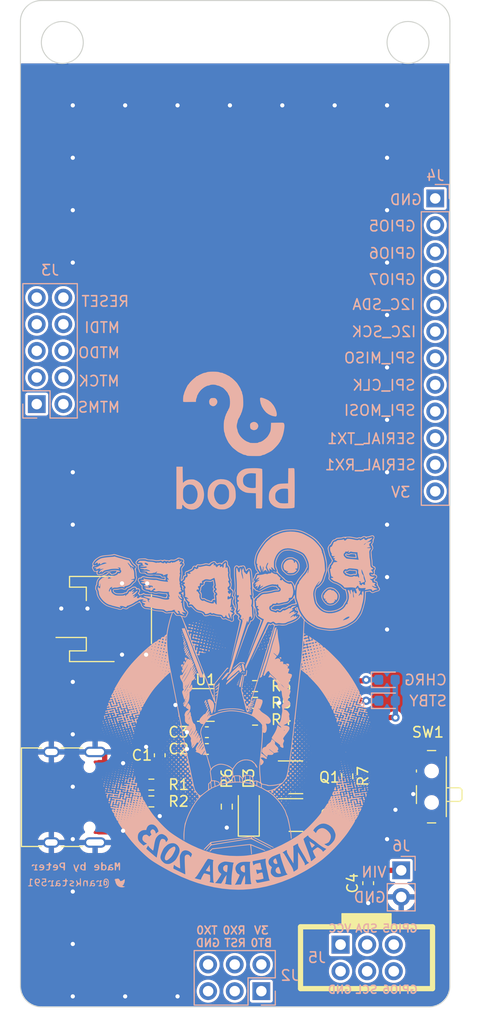
<source format=kicad_pcb>
(kicad_pcb (version 20221018) (generator pcbnew)
  (layers (0 "F.Cu" signal) (31 "B.Cu" signal) (34 "B.Paste" user) (35 "F.Paste" user) (36 "B.SilkS" user "B.Silkscreen") (37 "F.SilkS" user "F.Silkscreen") (38 "B.Mask" user) (39 "F.Mask" user) (44 "Edge.Cuts" user))
  (net 0 "")
  (net 10 "GND")
  (net 42 "+5V")
  (net 43 "/VOUT")
  (net 44 "Net-(D1-K)")
  (net 45 "Net-(D2-K)")
  (net 46 "Net-(J1-CC1)")
  (net 47 "Net-(J1-CC2)")
  (net 48 "+BATT")
  (net 49 "Net-(Q1-G)")
  (net 50 "Net-(Q1-D)")
  (net 51 "Net-(U1-nCHRG)")
  (net 52 "Net-(U1-nSTDBY)")
  (net 53 "Net-(U1-PROG)")
  (net 54 "Net-(SW1-B)")
  (footprint "Resistor_SMD:R_0603_1608Metric" (layer "F.Cu") (at 112.4 117 180)
    (fp_text reference "R5" (at -2.5 0) (layer "F.SilkS"))
    (fp_text value "2K")
    (pad "1" smd roundrect (at -0.825 0 180) (size 0.8 0.95) (layers "F.Cu" "F.Paste" "F.Mask") (net 10 "GND"))
    (pad "2" smd roundrect (at 0.825 0 180) (size 0.8 0.95) (layers "F.Cu" "F.Paste" "F.Mask") (net 53 "Net-(U1-PROG)"))
  )
  (footprint "josh-connectors:USB_C_Receptacle_HRO_TYPE-C-31-M-12" (layer "F.Cu") (at 94 126 -90)
    (fp_text reference "J1" hide)
    (fp_text value "USB_C_Receptacle_USB2.0")
    (pad "" np_thru_hole circle (at -2.89 -2.6 270) (size 0.65 0.65) (drill 0.65) (layers "F&B.Cu" "*.Mask"))
    (pad "" np_thru_hole circle (at 2.89 -2.6 270) (size 0.65 0.65) (drill 0.65) (layers "F&B.Cu" "*.Mask"))
    (pad "A1" smd roundrect (at -3.25 -4.045 270) (size 0.6 1.45) (layers "F.Cu" "F.Paste" "F.Mask") (roundrect_rratio 0.2) (net 10 "GND"))
    (pad "A4" smd roundrect (at -2.45 -4.045 270) (size 0.6 1.45) (layers "F.Cu" "F.Paste" "F.Mask") (roundrect_rratio 0.2) (net 42 "+5V"))
    (pad "A5" smd roundrect (at -1.25 -4.045 270) (size 0.3 1.45) (layers "F.Cu" "F.Paste" "F.Mask") (roundrect_rratio 0.2) (net 46 "Net-(J1-CC1)"))
    (pad "A6" smd roundrect (at -0.25 -4.045 270) (size 0.3 1.45) (layers "F.Cu" "F.Paste" "F.Mask") (roundrect_rratio 0.2))
    (pad "A7" smd roundrect (at 0.25 -4.045 270) (size 0.3 1.45) (layers "F.Cu" "F.Paste" "F.Mask") (roundrect_rratio 0.2))
    (pad "A8" smd roundrect (at 1.25 -4.045 270) (size 0.3 1.45) (layers "F.Cu" "F.Paste" "F.Mask") (roundrect_rratio 0.2))
    (pad "A9" smd roundrect (at 2.45 -4.045 270) (size 0.6 1.45) (layers "F.Cu" "F.Paste" "F.Mask") (roundrect_rratio 0.2) (net 42 "+5V"))
    (pad "A12" smd roundrect (at 3.25 -4.045 270) (size 0.6 1.45) (layers "F.Cu" "F.Paste" "F.Mask") (roundrect_rratio 0.2) (net 10 "GND"))
    (pad "B1" smd roundrect (at 3.25 -4.045 270) (size 0.6 1.45) (layers "F.Cu" "F.Paste" "F.Mask") (roundrect_rratio 0.2) (net 10 "GND"))
    (pad "B4" smd roundrect (at 2.45 -4.045 270) (size 0.6 1.45) (layers "F.Cu" "F.Paste" "F.Mask") (roundrect_rratio 0.2) (net 42 "+5V"))
    (pad "B5" smd roundrect (at 1.75 -4.045 270) (size 0.3 1.45) (layers "F.Cu" "F.Paste" "F.Mask") (roundrect_rratio 0.2) (net 47 "Net-(J1-CC2)"))
    (pad "B6" smd roundrect (at 0.75 -4.045 270) (size 0.3 1.45) (layers "F.Cu" "F.Paste" "F.Mask") (roundrect_rratio 0.2))
    (pad "B7" smd roundrect (at -0.75 -4.045 270) (size 0.3 1.45) (layers "F.Cu" "F.Paste" "F.Mask") (roundrect_rratio 0.2))
    (pad "B8" smd roundrect (at -1.75 -4.045 270) (size 0.3 1.45) (layers "F.Cu" "F.Paste" "F.Mask") (roundrect_rratio 0.2))
    (pad "B9" smd roundrect (at -2.45 -4.045 270) (size 0.6 1.45) (layers "F.Cu" "F.Paste" "F.Mask") (roundrect_rratio 0.2) (net 42 "+5V"))
    (pad "B12" smd roundrect (at -3.25 -4.045 270) (size 0.6 1.45) (layers "F.Cu" "F.Paste" "F.Mask") (roundrect_rratio 0.2) (net 10 "GND"))
    (pad "S1" thru_hole oval (at -4.32 -3.13 270) (size 1 2.1) (drill oval 0.6 1.7) (layers "*.Cu" "*.Mask") (net 10 "GND"))
    (pad "S1" thru_hole oval (at -4.32 1.05 270) (size 1 1.6) (drill oval 0.6 1.2) (layers "*.Cu" "*.Mask") (net 10 "GND"))
    (pad "S1" thru_hole oval (at 4.32 -3.13 270) (size 1 2.1) (drill oval 0.6 1.7) (layers "*.Cu" "*.Mask") (net 10 "GND"))
    (pad "S1" thru_hole oval (at 4.32 1.05 270) (size 1 1.6) (drill oval 0.6 1.2) (layers "*.Cu" "*.Mask") (net 10 "GND"))
  )
  (footprint "Capacitor_SMD:C_0603_1608Metric" (layer "F.Cu") (at 107.8 121.4 180)
    (fp_text reference "C2" (at 2.7 0) (layer "F.SilkS"))
    (fp_text value "10u")
    (pad "1" smd roundrect (at -0.775 0 180) (size 0.9 0.95) (layers "F.Cu" "F.Paste" "F.Mask") (net 42 "+5V"))
    (pad "2" smd roundrect (at 0.775 0 180) (size 0.9 0.95) (layers "F.Cu" "F.Paste" "F.Mask") (net 10 "GND"))
  )
  (footprint "Package_TO_SOT_SMD:SOT-23" (layer "F.Cu") (at 116.3 127.7)
    (fp_text reference "Q2" (at 3.3 0) (layer "F.SilkS"))
    (fp_text value "DMP2045U")
    (pad "1" smd roundrect (at -0.9375 -0.95) (size 1.475 0.6) (layers "F.Cu" "F.Paste" "F.Mask") (net 42 "+5V"))
    (pad "2" smd roundrect (at -0.9375 0.95) (size 1.475 0.6) (layers "F.Cu" "F.Paste" "F.Mask") (net 43 "/VOUT"))
    (pad "3" smd roundrect (at 0.9375 0) (size 1.475 0.6) (layers "F.Cu" "F.Paste" "F.Mask") (net 50 "Net-(Q1-D)"))
  )
  (footprint "Resistor_SMD:R_0603_1608Metric" (layer "F.Cu") (at 102.5 124.8)
    (fp_text reference "R1" (at 2.6 0) (layer "F.SilkS"))
    (fp_text value "5K1")
    (pad "1" smd roundrect (at -0.825 0) (size 0.8 0.95) (layers "F.Cu" "F.Paste" "F.Mask") (net 46 "Net-(J1-CC1)"))
    (pad "2" smd roundrect (at 0.825 0) (size 0.8 0.95) (layers "F.Cu" "F.Paste" "F.Mask") (net 10 "GND"))
  )
  (footprint "Resistor_SMD:R_0603_1608Metric" (layer "F.Cu") (at 112.4 115.4)
    (fp_text reference "R3" (at 2.5 0) (layer "F.SilkS"))
    (fp_text value "5K1")
    (pad "1" smd roundrect (at -0.825 0) (size 0.8 0.95) (layers "F.Cu" "F.Paste" "F.Mask") (net 51 "Net-(U1-nCHRG)"))
    (pad "2" smd roundrect (at 0.825 0) (size 0.8 0.95) (layers "F.Cu" "F.Paste" "F.Mask") (net 45 "Net-(D2-K)"))
  )
  (footprint "Resistor_SMD:R_0603_1608Metric" (layer "F.Cu") (at 112.4 118.6)
    (fp_text reference "R4" (at 2.5 0) (layer "F.SilkS"))
    (fp_text value "5K1")
    (pad "1" smd roundrect (at -0.825 0) (size 0.8 0.95) (layers "F.Cu" "F.Paste" "F.Mask") (net 52 "Net-(U1-nSTDBY)"))
    (pad "2" smd roundrect (at 0.825 0) (size 0.8 0.95) (layers "F.Cu" "F.Paste" "F.Mask") (net 44 "Net-(D1-K)"))
  )
  (footprint "Package_TO_SOT_SMD:SOT-23-6" (layer "F.Cu") (at 107.7 117.2)
    (fp_text reference "U1" (at 0 -2.4) (layer "F.SilkS"))
    (fp_text value "TP4057")
    (pad "1" smd roundrect (at -1.1375 -0.95) (size 1.325 0.6) (layers "F.Cu" "F.Paste" "F.Mask") (net 51 "Net-(U1-nCHRG)"))
    (pad "2" smd roundrect (at -1.1375 0) (size 1.325 0.6) (layers "F.Cu" "F.Paste" "F.Mask") (net 10 "GND"))
    (pad "3" smd roundrect (at -1.1375 0.95) (size 1.325 0.6) (layers "F.Cu" "F.Paste" "F.Mask") (net 48 "+BATT"))
    (pad "4" smd roundrect (at 1.1375 0.95) (size 1.325 0.6) (layers "F.Cu" "F.Paste" "F.Mask") (net 42 "+5V"))
    (pad "5" smd roundrect (at 1.1375 0) (size 1.325 0.6) (layers "F.Cu" "F.Paste" "F.Mask") (net 52 "Net-(U1-nSTDBY)"))
    (pad "6" smd roundrect (at 1.1375 -0.95) (size 1.325 0.6) (layers "F.Cu" "F.Paste" "F.Mask") (net 53 "Net-(U1-PROG)"))
  )
  (footprint "Resistor_SMD:R_0603_1608Metric" (layer "F.Cu") (at 109.7 126.9 -90)
    (fp_text reference "R6" (at -2.7 0 90) (layer "F.SilkS"))
    (fp_text value "100K")
    (pad "1" smd roundrect (at -0.825 0 270) (size 0.8 0.95) (layers "F.Cu" "F.Paste" "F.Mask") (net 42 "+5V"))
    (pad "2" smd roundrect (at 0.825 0 270) (size 0.8 0.95) (layers "F.Cu" "F.Paste" "F.Mask") (net 10 "GND"))
  )
  (footprint "Resistor_SMD:R_0603_1608Metric" (layer "F.Cu") (at 121.2 124 90)
    (fp_text reference "R7" (at 0 1.5 90) (layer "F.SilkS"))
    (fp_text value "5K1")
    (pad "1" smd roundrect (at -0.825 0 90) (size 0.8 0.95) (layers "F.Cu" "F.Paste" "F.Mask") (net 54 "Net-(SW1-B)"))
    (pad "2" smd roundrect (at 0.825 0 90) (size 0.8 0.95) (layers "F.Cu" "F.Paste" "F.Mask") (net 49 "Net-(Q1-G)"))
  )
  (footprint "Diode_SMD:D_SOD-123F" (layer "F.Cu") (at 111.8 127.5 90)
    (fp_text reference "D3" (at 3.3 0 90) (layer "F.SilkS"))
    (fp_text value "MBR120")
    (pad "1" smd roundrect (at -1.4 0 90) (size 1.1 1.1) (layers "F.Cu" "F.Paste" "F.Mask") (roundrect_rratio 0.2272727273) (net 43 "/VOUT"))
    (pad "2" smd roundrect (at 1.4 0 90) (size 1.1 1.1) (layers "F.Cu" "F.Paste" "F.Mask") (roundrect_rratio 0.2272727273) (net 42 "+5V"))
  )
  (footprint "Capacitor_SMD:C_0603_1608Metric" (layer "F.Cu") (at 123.2 134.2 -90)
    (fp_text reference "C4" (at 0 1.5 90) (layer "F.SilkS"))
    (fp_text value "4u7")
    (pad "1" smd roundrect (at -0.775 0 270) (size 0.9 0.95) (layers "F.Cu" "F.Paste" "F.Mask") (net 43 "/VOUT"))
    (pad "2" smd roundrect (at 0.775 0 270) (size 0.9 0.95) (layers "F.Cu" "F.Paste" "F.Mask") (net 10 "GND"))
  )
  (footprint "Simple_Addon_v2:Simple_Addon_v2-BADGE-2x3" (layer "F.Cu") (at 123.04 141.31)
    (fp_text reference "J5" (at -4.74 -0.01) (layer "B.SilkS") (effects (justify mirror)))
    (fp_text value "SAO")
    (fp_text user "SDA" (at 0 -2.794) (layer "B.SilkS") (effects (font (size 0.75 0.75)) (justify mirror)))
    (fp_text user "SCL" (at 0 3.048) (layer "B.SilkS") (effects (font (size 0.75 0.75)) (justify mirror)))
    (fp_text user "GPIO6" (at 3.2 3.048) (layer "B.SilkS") (effects (font (size 0.75 0.75)) (justify mirror)))
    (fp_text user "GND" (at -2.54 3.048) (layer "B.SilkS") (effects (font (size 0.75 0.75)) (justify mirror)))
    (fp_text user "VCC" (at -2.54 -2.794) (layer "B.SilkS") (effects (font (size 0.75 0.75)) (justify mirror)))
    (fp_text user "GPIO5" (at 3.2 -2.794) (layer "B.SilkS") (effects (font (size 0.75 0.75)) (justify mirror)))
    (pad "1" thru_hole rect (at -2.48 -1.25 270) (size 1.7272 1.7272) (drill 1.016) (layers "*.Cu" "*.Mask"))
    (pad "2" thru_hole circle (at -2.48 1.29 270) (size 1.7272 1.7272) (drill 1.016) (layers "*.Cu" "*.Mask"))
    (pad "3" thru_hole oval (at 0.06 -1.25 270) (size 1.7272 1.7272) (drill 1.016) (layers "*.Cu" "*.Mask"))
    (pad "4" thru_hole oval (at 0.06 1.29 270) (size 1.7272 1.7272) (drill 1.016) (layers "*.Cu" "*.Mask"))
    (pad "5" thru_hole circle (at 2.6 -1.25 270) (size 1.7272 1.7272) (drill 1.016) (layers "*.Cu" "*.Mask"))
    (pad "6" thru_hole circle (at 2.6 1.29 270) (size 1.7272 1.7272) (drill 1.016) (layers "*.Cu" "*.Mask"))
  )
  (footprint "Package_TO_SOT_SMD:SOT-23" (layer "F.Cu") (at 116.3 124.1)
    (fp_text reference "Q1" (at 3.2 0) (layer "F.SilkS"))
    (fp_text value "DMP2045U")
    (pad "1" smd roundrect (at -0.9375 -0.95) (size 1.475 0.6) (layers "F.Cu" "F.Paste" "F.Mask") (net 49 "Net-(Q1-G)"))
    (pad "2" smd roundrect (at -0.9375 0.95) (size 1.475 0.6) (layers "F.Cu" "F.Paste" "F.Mask") (net 48 "+BATT"))
    (pad "3" smd roundrect (at 0.9375 0) (size 1.475 0.6) (layers "F.Cu" "F.Paste" "F.Mask") (net 50 "Net-(Q1-D)"))
  )
  (footprint "Button_Switch_SMD:SW_SPDT_PCM12" (layer "F.Cu") (at 128.925 125 90)
    (fp_text reference "SW1" (at 5.2 -0.025) (layer "F.SilkS"))
    (fp_text value "SLIDE")
    (pad "" smd rect (at -3.65 -0.78 90) (size 1 0.8) (layers "F.Cu" "F.Paste" "F.Mask"))
    (pad "" smd rect (at -3.65 1.43 90) (size 1 0.8) (layers "F.Cu" "F.Paste" "F.Mask"))
    (pad "" np_thru_hole circle (at -1.5 0.33 90) (size 0.9 0.9) (drill 0.9) (layers "*.Cu" "*.Mask"))
    (pad "" np_thru_hole circle (at 1.5 0.33 90) (size 0.9 0.9) (drill 0.9) (layers "*.Cu" "*.Mask"))
    (pad "" smd rect (at 3.65 -0.78 90) (size 1 0.8) (layers "F.Cu" "F.Paste" "F.Mask"))
    (pad "" smd rect (at 3.65 1.43 90) (size 1 0.8) (layers "F.Cu" "F.Paste" "F.Mask"))
    (pad "1" smd rect (at -2.25 -1.43 90) (size 0.7 1.5) (layers "F.Cu" "F.Paste" "F.Mask") (net 10 "GND"))
    (pad "2" smd rect (at 0.75 -1.43 90) (size 0.7 1.5) (layers "F.Cu" "F.Paste" "F.Mask") (net 54 "Net-(SW1-B)"))
    (pad "3" smd rect (at 2.25 -1.43 90) (size 0.7 1.5) (layers "F.Cu" "F.Paste" "F.Mask") (net 48 "+BATT"))
  )
  (footprint "Capacitor_SMD:C_0603_1608Metric" (layer "F.Cu") (at 107.8 119.8 180)
    (fp_text reference "C3" (at 2.7 0) (layer "F.SilkS"))
    (fp_text value "1u")
    (pad "1" smd roundrect (at -0.775 0 180) (size 0.9 0.95) (layers "F.Cu" "F.Paste" "F.Mask") (net 42 "+5V"))
    (pad "2" smd roundrect (at 0.775 0 180) (size 0.9 0.95) (layers "F.Cu" "F.Paste" "F.Mask") (net 10 "GND"))
  )
  (footprint "josh-connectors:JST_PH_S2B-PH-SM4-TB_1x02-1MP_P2.00mm_Horizontal" (layer "F.Cu") (at 98 109 90)
    (fp_text reference "J7" hide)
    (fp_text value "JST_PH2")
    (pad "1" smd roundrect (at -1 -2.85 90) (size 1 3.5) (layers "F.Cu" "F.Paste" "F.Mask") (net 48 "+BATT"))
    (pad "2" smd roundrect (at -3.35 2.9 90) (size 1.5 3.4) (layers "F.Cu" "F.Paste" "F.Mask") (roundrect_rratio 0.167) (net 10 "GND"))
    (pad "2" smd roundrect (at 1 -2.85 90) (size 1 3.5) (layers "F.Cu" "F.Paste" "F.Mask") (net 10 "GND"))
    (pad "2" smd roundrect (at 3.35 2.9 90) (size 1.5 3.4) (layers "F.Cu" "F.Paste" "F.Mask") (roundrect_rratio 0.167) (net 10 "GND"))
  )
  (footprint "Resistor_SMD:R_0603_1608Metric" (layer "F.Cu") (at 102.5 126.4 180)
    (fp_text reference "R2" (at -2.6 0) (layer "F.SilkS"))
    (fp_text value "5K1")
    (pad "1" smd roundrect (at -0.825 0 180) (size 0.8 0.95) (layers "F.Cu" "F.Paste" "F.Mask") (net 10 "GND"))
    (pad "2" smd roundrect (at 0.825 0 180) (size 0.8 0.95) (layers "F.Cu" "F.Paste" "F.Mask") (net 47 "Net-(J1-CC2)"))
  )
  (footprint "Capacitor_SMD:C_0603_1608Metric" (layer "F.Cu") (at 103.3 122 90)
    (fp_text reference "C1" (at 0 -1.7) (layer "F.SilkS"))
    (fp_text value "4u7")
    (pad "1" smd roundrect (at -0.775 0 90) (size 0.9 0.95) (layers "F.Cu" "F.Paste" "F.Mask") (net 42 "+5V"))
    (pad "2" smd roundrect (at 0.775 0 90) (size 0.9 0.95) (layers "F.Cu" "F.Paste" "F.Mask") (net 10 "GND"))
  )
  (footprint "bpod:made_by_peter" (layer "B.Cu") (at 95.4 133.3 180)
    (fp_text reference "U11" hide)
    (fp_text value "made_by_peter" hide)
  )
  (footprint "bpod:bpod-logo" (layer "B.Cu") (at 110.5 92 180)
    (fp_text reference "U14" hide)
    (fp_text value "bpod-logo" hide)
  )
  (footprint "bpod:bsides-2023" (layer "B.Cu") (at 110.6 118.9 180)
    (fp_text reference "U10" hide)
    (fp_text value "bsides-2023" hide)
  )
  (footprint "LED_SMD:LED_0603_1608Metric" (layer "B.Cu") (at 124.9875 114.8)
    (fp_text reference "D2" hide)
    (fp_text value "RED")
    (pad "1" smd roundrect (at -0.7875 0) (size 0.875 0.95) (layers "B.Cu" "B.Paste" "B.Mask") (net 45 "Net-(D2-K)"))
    (pad "2" smd roundrect (at 0.7875 0) (size 0.875 0.95) (layers "B.Cu" "B.Paste" "B.Mask") (net 42 "+5V"))
  )
  (footprint "LED_SMD:LED_0603_1608Metric" (layer "B.Cu") (at 125 116.8)
    (fp_text reference "D1" hide)
    (fp_text value "GRN")
    (pad "1" smd roundrect (at -0.7875 0) (size 0.875 0.95) (layers "B.Cu" "B.Paste" "B.Mask") (net 44 "Net-(D1-K)"))
    (pad "2" smd roundrect (at 0.7875 0) (size 0.875 0.95) (layers "B.Cu" "B.Paste" "B.Mask") (net 42 "+5V"))
  )
  (footprint "common:PinHeader_2x03_P2.54mm_Vertical" (layer "B.Cu") (at 113 144.5 90)
    (fp_text reference "J2" (at 1.5 2.7 180) (layer "B.SilkS") (effects (justify mirror)))
    (fp_text value "PROGRAM")
    (pad "1" thru_hole rect (at 0 0 90) (size 1.7 1.7) (drill 1) (layers "*.Cu" "*.Mask"))
    (pad "2" thru_hole oval (at 2.54 0 90) (size 1.7 1.7) (drill 1) (layers "*.Cu" "*.Mask"))
    (pad "3" thru_hole oval (at 0 -2.54 90) (size 1.7 1.7) (drill 1) (layers "*.Cu" "*.Mask"))
    (pad "4" thru_hole oval (at 2.54 -2.54 90) (size 1.7 1.7) (drill 1) (layers "*.Cu" "*.Mask"))
    (pad "5" thru_hole oval (at 0 -5.08 90) (size 1.7 1.7) (drill 1) (layers "*.Cu" "*.Mask"))
    (pad "6" thru_hole oval (at 2.54 -5.08 90) (size 1.7 1.7) (drill 1) (layers "*.Cu" "*.Mask"))
  )
  (footprint "common:PinHeader_1x02_P2.54mm_Vertical" (layer "B.Cu") (at 126.35 132.975 180)
    (fp_text reference "J6" (at 0 2.33) (layer "B.SilkS") (effects (justify mirror)))
    (fp_text value "Conn_01x02")
    (pad "1" thru_hole rect (at 0 0 180) (size 1.7 1.7) (drill 1) (layers "*.Cu" "*.Mask") (net 43 "/VOUT"))
    (pad "2" thru_hole oval (at 0 -2.54 180) (size 1.7 1.7) (drill 1) (layers "*.Cu" "*.Mask") (net 10 "GND"))
  )
  (footprint "common:PinHeader_2x05_P2.54mm_Vertical" (layer "B.Cu") (at 91.56 88.5)
    (fp_text reference "J3" (at 1.27 -12.775) (layer "B.SilkS") (effects (justify mirror)))
    (fp_text value "DEBUG")
    (pad "1" thru_hole rect (at 0 0) (size 1.7 1.7) (drill 1) (layers "*.Cu" "*.Mask"))
    (pad "2" thru_hole oval (at 2.54 0) (size 1.7 1.7) (drill 1) (layers "*.Cu" "*.Mask"))
    (pad "3" thru_hole oval (at 0 -2.54) (size 1.7 1.7) (drill 1) (layers "*.Cu" "*.Mask"))
    (pad "4" thru_hole oval (at 2.54 -2.54) (size 1.7 1.7) (drill 1) (layers "*.Cu" "*.Mask"))
    (pad "5" thru_hole oval (at 0 -5.08) (size 1.7 1.7) (drill 1) (layers "*.Cu" "*.Mask"))
    (pad "6" thru_hole oval (at 2.54 -5.08) (size 1.7 1.7) (drill 1) (layers "*.Cu" "*.Mask"))
    (pad "7" thru_hole oval (at 0 -7.62) (size 1.7 1.7) (drill 1) (layers "*.Cu" "*.Mask"))
    (pad "8" thru_hole oval (at 2.54 -7.62) (size 1.7 1.7) (drill 1) (layers "*.Cu" "*.Mask"))
    (pad "9" thru_hole oval (at 0 -10.16) (size 1.7 1.7) (drill 1) (layers "*.Cu" "*.Mask"))
    (pad "10" thru_hole oval (at 2.54 -10.16) (size 1.7 1.7) (drill 1) (layers "*.Cu" "*.Mask"))
  )
  (footprint "common:PinHeader_1x12_P2.54mm_Vertical" (layer "B.Cu") (at 129.6 68.88 180)
    (fp_text reference "J4" (at 0 2.18) (layer "B.SilkS") (effects (justify mirror)))
    (fp_text value "Conn_01x12")
    (pad "1" thru_hole rect (at 0 0 180) (size 1.7 1.7) (drill 1) (layers "*.Cu" "*.Mask"))
    (pad "2" thru_hole oval (at 0 -2.54 180) (size 1.7 1.7) (drill 1) (layers "*.Cu" "*.Mask"))
    (pad "3" thru_hole oval (at 0 -5.08 180) (size 1.7 1.7) (drill 1) (layers "*.Cu" "*.Mask"))
    (pad "4" thru_hole oval (at 0 -7.62 180) (size 1.7 1.7) (drill 1) (layers "*.Cu" "*.Mask"))
    (pad "5" thru_hole oval (at 0 -10.16 180) (size 1.7 1.7) (drill 1) (layers "*.Cu" "*.Mask"))
    (pad "6" thru_hole oval (at 0 -12.7 180) (size 1.7 1.7) (drill 1) (layers "*.Cu" "*.Mask"))
    (pad "7" thru_hole oval (at 0 -15.24 180) (size 1.7 1.7) (drill 1) (layers "*.Cu" "*.Mask"))
    (pad "8" thru_hole oval (at 0 -17.78 180) (size 1.7 1.7) (drill 1) (layers "*.Cu" "*.Mask"))
    (pad "9" thru_hole oval (at 0 -20.32 180) (size 1.7 1.7) (drill 1) (layers "*.Cu" "*.Mask"))
    (pad "10" thru_hole oval (at 0 -22.86 180) (size 1.7 1.7) (drill 1) (layers "*.Cu" "*.Mask"))
    (pad "11" thru_hole oval (at 0 -25.4 180) (size 1.7 1.7) (drill 1) (layers "*.Cu" "*.Mask"))
    (pad "12" thru_hole oval (at 0 -27.94 180) (size 1.7 1.7) (drill 1) (layers "*.Cu" "*.Mask"))
  )
  (gr_line (start 129 146) (end 92 146) (stroke (width 0.1)) (layer "Edge.Cuts"))
  (gr_circle (center 94 54) (end 92 54) (stroke (width 0.1)) (fill none) (layer "Edge.Cuts"))
  (gr_arc (start 92 146) (mid 90.585786 145.414214) (end 90 144) (stroke (width 0.1)) (layer "Edge.Cuts"))
  (gr_arc (start 131 144) (mid 130.414214 145.414214) (end 129 146) (stroke (width 0.1)) (layer "Edge.Cuts"))
  (gr_arc (start 129 50) (mid 130.414214 50.585786) (end 131 52) (stroke (width 0.1)) (layer "Edge.Cuts"))
  (gr_line (start 90 144) (end 90 52) (stroke (width 0.1)) (layer "Edge.Cuts"))
  (gr_arc (start 90 52) (mid 90.585786 50.585786) (end 92 50) (stroke (width 0.1)) (layer "Edge.Cuts"))
  (gr_line (start 131 52) (end 131 144) (stroke (width 0.1)) (layer "Edge.Cuts"))
  (gr_circle (center 127 54) (end 125 54) (stroke (width 0.1)) (fill none) (layer "Edge.Cuts"))
  (gr_line (start 92 50) (end 129 50) (stroke (width 0.1)) (layer "Edge.Cuts"))
  (gr_text "RST" (at 110.5 139.9) (layer "B.SilkS") (effects (font (size 0.75 0.75)) (justify mirror)))
  (gr_text "SPI_CLK" (at 124.7 86.7) (layer "B.SilkS") (effects (font (size 1 1)) (justify mirror)))
  (gr_text "TX0" (at 107.8 138.7) (layer "B.SilkS") (effects (font (size 0.75 0.75)) (justify mirror)))
  (gr_text "MTDI" (at 97.8 81.2) (layer "B.SilkS") (effects (font (size 1 1)) (justify mirror)))
  (gr_text "GPIO6" (at 125.5 74.12) (layer "B.SilkS") (effects (font (size 1 1)) (justify mirror)))
  (gr_text "RESET" (at 98.1 78.7) (layer "B.SilkS") (effects (font (size 1 1)) (justify mirror)))
  (gr_text "GND" (at 107.9 139.9) (layer "B.SilkS") (effects (font (size 0.75 0.75)) (justify mirror)))
  (gr_text "3V" (at 126.3 96.9) (layer "B.SilkS") (effects (font (size 1 1)) (justify mirror)))
  (gr_text "GND\n" (at 123.35 135.55) (layer "B.SilkS") (effects (font (size 1 1)) (justify mirror)))
  (gr_text "SERIAL_RX1" (at 123.4 94.3) (layer "B.SilkS") (effects (font (size 1 1)) (justify mirror)))
  (gr_text "BT0" (at 113 139.9) (layer "B.SilkS") (effects (font (size 0.75 0.75)) (justify mirror)))
  (gr_text "3V" (at 113 138.7) (layer "B.SilkS") (effects (font (size 0.75 0.75)) (justify mirror)))
  (gr_text "VIN" (at 123.75 133.15) (layer "B.SilkS") (effects (font (size 1 1)) (justify mirror)))
  (gr_text "RX0" (at 110.4 138.7) (layer "B.SilkS") (effects (font (size 0.75 0.75)) (justify mirror)))
  (gr_text "GPIO7" (at 125.5 76.62) (layer "B.SilkS") (effects (font (size 1 1)) (justify mirror)))
  (gr_text "GPIO5" (at 125.5 71.52) (layer "B.SilkS") (effects (font (size 1 1)) (justify mirror)))
  (gr_text "SERIAL_TX1" (at 123.5 91.8) (layer "B.SilkS") (effects (font (size 1 1)) (justify mirror)))
  (gr_text "MTCK" (at 97.5 86.3) (layer "B.SilkS") (effects (font (size 1 1)) (justify mirror)))
  (gr_text "MTMS" (at 97.5 88.8) (layer "B.SilkS") (effects (font (size 1 1)) (justify mirror)))
  (gr_text "I2C_SCK" (at 124.7 81.6) (layer "B.SilkS") (effects (font (size 1 1)) (justify mirror)))
  (gr_text "STBY" (at 130.8 117.4) (layer "B.SilkS") (effects (font (size 1 1)) (justify left bottom mirror)))
  (gr_text "MTDO" (at 97.5 83.6) (layer "B.SilkS") (effects (font (size 1 1)) (justify mirror)))
  (gr_text "SPI_MISO" (at 124.3 84.1) (layer "B.SilkS") (effects (font (size 1 1)) (justify mirror)))
  (gr_text "SPI_MOSI" (at 124.3 89.1) (layer "B.SilkS") (effects (font (size 1 1)) (justify mirror)))
  (gr_text "CHRG" (at 130.8 115.4) (layer "B.SilkS") (effects (font (size 1 1)) (justify left bottom mirror)))
  (gr_text "I2C_SDA\n" (at 124.7 79) (layer "B.SilkS") (effects (font (size 1 1)) (justify mirror)))
  (gr_text "GND" (at 126.8 69) (layer "B.SilkS") (effects (font (size 1 1)) (justify mirror)))
  (segment (start 123.2 134.975) (end 123.2 136.1) (width 0.5) (layer "F.Cu") (net 10))
  (segment (start 113.225 117) (end 114.7 117) (width 0.5) (layer "F.Cu") (net 10))
  (segment (start 103.3 124.825) (end 103.325 124.8) (width 0.25) (layer "F.Cu") (net 10))
  (segment (start 103.3 127.8) (end 103.3 124.825) (width 0.25) (layer "F.Cu") (net 10))
  (segment (start 109.7 128.9) (end 109.7 127.725) (width 0.25) (layer "F.Cu") (net 10))
  (segment (start 98.047498 122.8) (end 99.752502 122.8) (width 0.4) (layer "F.Cu") (net 10))
  (segment (start 99.750004 129.25) (end 99.800004 129.2) (width 0.4) (layer "F.Cu") (net 10))
  (segment (start 104.7 117.2) (end 104.799986 117.2) (width 0.5) (layer "F.Cu") (net 10))
  (segment (start 103.275 121.2) (end 103.3 121.225) (width 0.25) (layer "F.Cu") (net 10))
  (segment (start 106.5625 117.2) (end 104.799986 117.2) (width 0.5) (layer "F.Cu") (net 10))
  (segment (start 99.752502 122.8) (end 99.802502 122.75) (width 0.4) (layer "F.Cu") (net 10))
  (segment (start 102 121.2) (end 103.275 121.2) (width 0.25) (layer "F.Cu") (net 10))
  (segment (start 105.9 119.8) (end 107.025 119.8) (width 0.25) (layer "F.Cu") (net 10))
  (segment (start 105.9 121.4) (end 107.025 121.4) (width 0.25) (layer "F.Cu") (net 10))
  (segment (start 98.045 129.25) (end 99.750004 129.25) (width 0.4) (layer "F.Cu") (net 10))
  (via (at 125 130) (size 0.8) (drill 0.4) (layers "F.Cu" "B.Cu") (net 10))
  (via (at 125 90) (size 0.8) (drill 0.4) (layers "F.Cu" "B.Cu") (net 10))
  (via (at 95 65) (size 0.8) (drill 0.4) (layers "F.Cu" "B.Cu") (net 10))
  (via (at 99.800004 129.2) (size 0.8) (drill 0.4) (layers "F.Cu" "B.Cu") (net 10))
  (via (at 125 75) (size 0.8) (drill 0.4) (layers "F.Cu" "B.Cu") (net 10))
  (via (at 99.7 105.6) (size 0.8) (drill 0.4) (layers "F.Cu" "B.Cu") (net 10))
  (via (at 105 60) (size 0.8) (drill 0.4) (layers "F.Cu" "B.Cu") (net 10))
  (via (at 95 95) (size 0.8) (drill 0.4) (layers "F.Cu" "B.Cu") (net 10))
  (via (at 123.2 136.1) (size 0.8) (drill 0.4) (layers "F.Cu" "B.Cu") (net 10))
  (via (at 125 95) (size 0.8) (drill 0.4) (layers "F.Cu" "B.Cu") (net 10))
  (via (at 95 125) (size 0.8) (drill 0.4) (layers "F.Cu" "B.Cu") (net 10))
  (via (at 105.9 121.4) (size 0.8) (drill 0.4) (layers "F.Cu" "B.Cu") (net 10))
  (via (at 115 60) (size 0.8) (drill 0.4) (layers "F.Cu" "B.Cu") (net 10))
  (via (at 105 145) (size 0.8) (drill 0.4) (layers "F.Cu" "B.Cu") (net 10))
  (via (at 103.3 127.8) (size 0.8) (drill 0.4) (layers "F.Cu" "B.Cu") (net 10))
  (via (at 102 112.4) (size 0.8) (drill 0.4) (layers "F.Cu" "B.Cu") (net 10))
  (via (at 95 100) (size 0.8) (drill 0.4) (layers "F.Cu" "B.Cu") (net 10))
  (via (at 102.1 105.6) (size 0.8) (drill 0.4) (layers "F.Cu" "B.Cu") (net 10))
  (via (at 95 120) (size 0.8) (drill 0.4) (layers "F.Cu" "B.Cu") (net 10))
  (via (at 114.7 117) (size 0.8) (drill 0.4) (layers "F.Cu" "B.Cu") (net 10))
  (via (at 125 85) (size 0.8) (drill 0.4) (layers "F.Cu" "B.Cu") (net 10))
  (via (at 110 60) (size 0.8) (drill 0.4) (layers "F.Cu" "B.Cu") (net 10))
  (via (at 93.9 108) (size 0.8) (drill 0.4) (layers "F.Cu" "B.Cu") (net 10))
  (via (at 95 75) (size 0.8) (drill 0.4) (layers "F.Cu" "B.Cu") (net 10))
  (via (at 99.7 112.4) (size 0.8) (drill 0.4) (layers "F.Cu" "B.Cu") (net 10))
  (via (at 125 65) (size 0.8) (drill 0.4) (layers "F.Cu" "B.Cu") (net 10))
  (via (at 102 121.2) (size 0.8) (drill 0.4) (layers "F.Cu" "B.Cu") (net 10))
  (via (at 95 140) (size 0.8) (drill 0.4) (layers "F.Cu" "B.Cu") (net 10))
  (via (at 99.802502 122.75) (size 0.8) (drill 0.4) (layers "F.Cu" "B.Cu") (net 10))
  (via (at 95 145) (size 0.8) (drill 0.4) (layers "F.Cu" "B.Cu") (net 10))
  (via (at 125 105) (size 0.8) (drill 0.4) (layers "F.Cu" "B.Cu") (net 10))
  (via (at 125 110) (size 0.8) (drill 0.4) (layers "F.Cu" "B.Cu") (net 10))
  (via (at 125.8 127.2) (size 0.8) (drill 0.4) (layers "F.Cu" "B.Cu") (net 10))
  (via (at 100 60) (size 0.8) (drill 0.4) (layers "F.Cu" "B.Cu") (net 10))
  (via (at 105.9 119.8) (size 0.8) (drill 0.4) (layers "F.Cu" "B.Cu") (net 10))
  (via (at 125 70) (size 0.8) (drill 0.4) (layers "F.Cu" "B.Cu") (net 10))
  (via (at 127.5 125.7) (size 0.8) (drill 0.4) (layers "F.Cu" "B.Cu") (net 10))
  (via (at 109.7 128.9) (size 0.8) (drill 0.4) (layers "F.Cu" "B.Cu") (net 10))
  (via (at 125 80) (size 0.8) (drill 0.4) (layers "F.Cu" "B.Cu") (net 10))
  (via (at 95 130) (size 0.8) (drill 0.4) (layers "F.Cu" "B.Cu") (net 10))
  (via (at 95 70) (size 0.8) (drill 0.4) (layers "F.Cu" "B.Cu") (net 10))
  (via (at 95 115) (size 0.8) (drill 0.4) (layers "F.Cu" "B.Cu") (net 10))
  (via (at 125 100) (size 0.8) (drill 0.4) (layers "F.Cu" "B.Cu") (net 10))
  (via (at 100 145) (size 0.8) (drill 0.4) (layers "F.Cu" "B.Cu") (net 10))
  (via (at 95 135) (size 0.8) (drill 0.4) (layers "F.Cu" "B.Cu") (net 10))
  (via (at 104.799986 117.2) (size 0.8) (drill 0.4) (layers "F.Cu" "B.Cu") (net 10))
  (via (at 125 60) (size 0.8) (drill 0.4) (layers "F.Cu" "B.Cu") (net 10))
  (via (at 96.4 108) (size 0.8) (drill 0.4) (layers "F.Cu" "B.Cu") (net 10))
  (via (at 120 60) (size 0.8) (drill 0.4) (layers "F.Cu" "B.Cu") (net 10))
  (via (at 95 60) (size 0.8) (drill 0.4) (layers "F.Cu" "B.Cu") (net 10))
  (segment (start 111.775 126.075) (end 111.8 126.1) (width 0.5) (layer "F.Cu") (net 42))
  (segment (start 108.575 121.4) (end 108.575 122.775) (width 0.5) (layer "F.Cu") (net 42))
  (segment (start 111.8 126.1) (end 113.1 126.1) (width 0.5) (layer "F.Cu") (net 42))
  (segment (start 109.7 124.4) (end 109.7 126.075) (width 0.5) (layer "F.Cu") (net 42))
  (segment (start 101.125 122.775) (end 103.3 122.775) (width 0.4) (layer "F.Cu") (net 42))
  (segment (start 100.35 123.55) (end 101.125 122.775) (width 0.4) (layer "F.Cu") (net 42))
  (segment (start 115.95 119.8) (end 117.35 118.4) (width 0.5) (layer "F.Cu") (net 42))
  (segment (start 108.575 119.8) (end 115.95 119.8) (width 0.5) (layer "F.Cu") (net 42))
  (segment (start 108.8375 118.15) (end 108.8375 118.8625) (width 0.5) (layer "F.Cu") (net 42))
  (segment (start 109.7 126.075) (end 111.775 126.075) (width 0.5) (layer "F.Cu") (net 42))
  (segment (start 97.256016 123.55) (end 98.045 123.55) (width 0.4) (layer "F.Cu") (net 42))
  (segment (start 108.575 122.775) (end 103.3 122.775) (width 0.5) (layer "F.Cu") (net 42))
  (segment (start 98.045 128.45) (end 97.256016 128.45) (width 0.4) (layer "F.Cu") (net 42))
  (segment (start 113.75 126.75) (end 115.3625 126.75) (width 0.5) (layer "F.Cu") (net 42))
  (segment (start 108.575 119.125) (end 108.575 119.8) (width 0.5) (layer "F.Cu") (net 42))
  (segment (start 97.256016 128.45) (end 96.5 127.693984) (width 0.4) (layer "F.Cu") (net 42))
  (segment (start 108.575 122.775) (end 108.575 123.275) (width 0.5) (layer "F.Cu") (net 42))
  (segment (start 108.575 121.4) (end 108.575 119.8) (width 0.5) (layer "F.Cu") (net 42))
  (segment (start 108.575 123.275) (end 109.7 124.4) (width 0.5) (layer "F.Cu") (net 42))
  (segment (start 96.5 124.306016) (end 97.256016 123.55) (width 0.4) (layer "F.Cu") (net 42))
  (segment (start 98.045 123.55) (end 100.35 123.55) (width 0.4) (layer "F.Cu") (net 42))
  (segment (start 117.35 118.4) (end 125.8 118.4) (width 0.5) (layer "F.Cu") (net 42))
  (segment (start 96.5 127.693984) (end 96.5 124.306016) (width 0.4) (layer "F.Cu") (net 42))
  (segment (start 113.1 126.1) (end 113.75 126.75) (width 0.5) (layer "F.Cu") (net 42))
  (segment (start 108.8375 118.8625) (end 108.575 119.125) (width 0.5) (layer "F.Cu") (net 42))
  (via (at 125.8 118.4) (size 0.8) (drill 0.4) (layers "F.Cu" "B.Cu") (net 42))
  (segment (start 125.7875 114.8125) (end 125.775 114.8) (width 0.5) (layer "B.Cu") (net 42))
  (segment (start 125.7875 116.8) (end 125.7875 114.8125) (width 0.5) (layer "B.Cu") (net 42))
  (segment (start 125.8 116.8125) (end 125.7875 116.8) (width 0.5) (layer "B.Cu") (net 42))
  (segment (start 125.8 118.4) (end 125.8 116.8125) (width 0.5) (layer "B.Cu") (net 42))
  (segment (start 124.725 132.975) (end 126.35 132.975) (width 0.5) (layer "F.Cu") (net 43))
  (segment (start 115.3625 128.65) (end 116.95 128.65) (width 0.5) (layer "F.Cu") (net 43))
  (segment (start 113.75 128.65) (end 115.3625 128.65) (width 0.5) (layer "F.Cu") (net 43))
  (segment (start 123.2 133.425) (end 124.275 133.425) (width 0.5) (layer "F.Cu") (net 43))
  (segment (start 111.8 128.9) (end 113.5 128.9) (width 0.5) (layer "F.Cu") (net 43))
  (segment (start 121.725 133.425) (end 123.2 133.425) (width 0.5) (layer "F.Cu") (net 43))
  (segment (start 113.5 128.9) (end 113.75 128.65) (width 0.5) (layer "F.Cu") (net 43))
  (segment (start 124.275 133.425) (end 124.725 132.975) (width 0.5) (layer "F.Cu") (net 43))
  (segment (start 116.95 128.65) (end 121.725 133.425) (width 0.5) (layer "F.Cu") (net 43))
  (segment (start 113.225 118.6) (end 115.2 118.6) (width 0.5) (layer "F.Cu") (net 44))
  (segment (start 115.2 118.6) (end 116 117.8) (width 0.5) (layer "F.Cu") (net 44))
  (segment (start 117 116.8) (end 123 116.8) (width 0.5) (layer "F.Cu") (net 44))
  (segment (start 116 117.8) (end 117 116.8) (width 0.5) (layer "F.Cu") (net 44))
  (via (at 123 116.8) (size 0.8) (drill 0.4) (layers "F.Cu" "B.Cu") (net 44))
  (segment (start 123 116.8) (end 124.2125 116.8) (width 0.5) (layer "B.Cu") (net 44))
  (segment (start 113.225 115.4) (end 120.3 115.4) (width 0.5) (layer "F.Cu") (net 45))
  (segment (start 120.3 115.4) (end 120.8 114.9) (width 0.5) (layer "F.Cu") (net 45))
  (segment (start 120.8 114.9) (end 122.9 114.9) (width 0.5) (layer "F.Cu") (net 45))
  (segment (start 122.9 114.9) (end 123 114.8) (width 0.5) (layer "F.Cu") (net 45))
  (via (at 123 114.8) (size 0.8) (drill 0.4) (layers "F.Cu" "B.Cu") (net 45))
  (segment (start 123 114.8) (end 124.2 114.8) (width 0.5) (layer "B.Cu") (net 45))
  (segment (start 98.045 124.75) (end 101.625 124.75) (width 0.25) (layer "F.Cu") (net 46))
  (segment (start 101.625 124.75) (end 101.675 124.8) (width 0.25) (layer "F.Cu") (net 46))
  (segment (start 100.7 126.4) (end 101.675 126.4) (width 0.25) (layer "F.Cu") (net 47))
  (segment (start 99.35 127.75) (end 100.7 126.4) (width 0.25) (layer "F.Cu") (net 47))
  (segment (start 98.045 127.75) (end 99.35 127.75) (width 0.25) (layer "F.Cu") (net 47))
  (segment (start 113 122.5) (end 113.9 121.6) (width 0.5) (layer "F.Cu") (net 48))
  (segment (start 126.25 122.75) (end 127.495 122.75) (width 0.5) (layer "F.Cu") (net 48))
  (segment (start 113.75 125.05) (end 113 124.3) (width 0.5) (layer "F.Cu") (net 48))
  (segment (start 127.7 114.1) (end 126.4 112.8) (width 0.5) (layer "F.Cu") (net 48))
  (segment (start 113 124.3) (end 113 122.5) (width 0.5) (layer "F.Cu") (net 48))
  (segment (start 127.7 119) (end 127.7 114.1) (width 0.5) (layer "F.Cu") (net 48))
  (segment (start 115.3625 125.05) (end 113.75 125.05) (width 0.5) (layer "F.Cu") (net 48))
  (segment (start 92.5 110) (end 91.8 110.7) (width 0.5) (layer "F.Cu") (net 48))
  (segment (start 103.4 115.1) (end 103.4 118.15) (width 0.5) (layer "F.Cu") (net 48))
  (segment (start 105.7 112.8) (end 103.4 115.1) (width 0.5) (layer "F.Cu") (net 48))
  (segment (start 103.4 118.15) (end 106.5625 118.15) (width 0.5) (layer "F.Cu") (net 48))
  (segment (start 126.4 112.8) (end 105.7 112.8) (width 0.5) (layer "F.Cu") (net 48))
  (segment (start 94.75 118.15) (end 103.4 118.15) (width 0.5) (layer "F.Cu") (net 48))
  (segment (start 113.9 121.6) (end 122.7 121.6) (width 0.5) (layer "F.Cu") (net 48))
  (segment (start 125.1 121.6) (end 126.25 122.75) (width 0.5) (layer "F.Cu") (net 48))
  (segment (start 91.8 110.7) (end 91.8 115.2) (width 0.5) (layer "F.Cu") (net 48))
  (segment (start 95.15 110) (end 92.5 110) (width 0.5) (layer "F.Cu") (net 48))
  (segment (start 125.1 121.6) (end 127.7 119) (width 0.5) (layer "F.Cu") (net 48))
  (segment (start 91.8 115.2) (end 94.75 118.15) (width 0.5) (layer "F.Cu") (net 48))
  (segment (start 122.7 121.6) (end 125.1 121.6) (width 0.5) (layer "F.Cu") (net 48))
  (segment (start 115.3625 123.15) (end 120.925 123.15) (width 0.5) (layer "F.Cu") (net 49))
  (segment (start 120.925 123.15) (end 120.975 123.2) (width 0.5) (layer "F.Cu") (net 49))
  (segment (start 118.7 124.1) (end 119 124.4) (width 0.5) (layer "F.Cu") (net 50))
  (segment (start 117.2375 124.1) (end 118.7 124.1) (width 0.5) (layer "F.Cu") (net 50))
  (segment (start 118.6 127.7) (end 117.2375 127.7) (width 0.5) (layer "F.Cu") (net 50))
  (segment (start 119 127.3) (end 118.6 127.7) (width 0.5) (layer "F.Cu") (net 50))
  (segment (start 119 124.4) (end 119 127.3) (width 0.5) (layer "F.Cu") (net 50))
  (segment (start 106.5625 116.25) (end 106.5625 115.775) (width 0.5) (layer "F.Cu") (net 51))
  (segment (start 111.5125 115.3375) (end 111.575 115.4) (width 0.5) (layer "F.Cu") (net 51))
  (segment (start 107 115.3375) (end 111.5125 115.3375) (width 0.5) (layer "F.Cu") (net 51))
  (segment (start 106.5625 115.775) (end 107 115.3375) (width 0.5) (layer "F.Cu") (net 51))
  (segment (start 109.7 117.2) (end 108.8375 117.2) (width 0.5) (layer "F.Cu") (net 52))
  (segment (start 111.575 118.6) (end 111.1 118.6) (width 0.5) (layer "F.Cu") (net 52))
  (segment (start 111.1 118.6) (end 109.7 117.2) (width 0.5) (layer "F.Cu") (net 52))
  (segment (start 110.05 116.25) (end 110.8 117) (width 0.5) (layer "F.Cu") (net 53))
  (segment (start 110.8 117) (end 111.575 117) (width 0.5) (layer "F.Cu") (net 53))
  (segment (start 108.8375 116.25) (end 110.05 116.25) (width 0.5) (layer "F.Cu") (net 53))
  (segment (start 123.475 124.825) (end 121.2 124.825) (width 0.5) (layer "F.Cu") (net 54))
  (segment (start 124.05 124.25) (end 123.475 124.825) (width 0.5) (layer "F.Cu") (net 54))
  (segment (start 127.495 124.25) (end 124.05 124.25) (width 0.5) (layer "F.Cu") (net 54))
  (zone (net 10) (net_name "GND") (layers "F&B.Cu") (connect_pads (clearance 0.25)) (min_thickness 0.254) (fill yes (thermal_gap 0.508) (thermal_bridge_width 0.508))
    (polygon (pts (xy 131 146) (xy 90 146) (xy 90 56) (xy 131 56)))
  )
)
</source>
